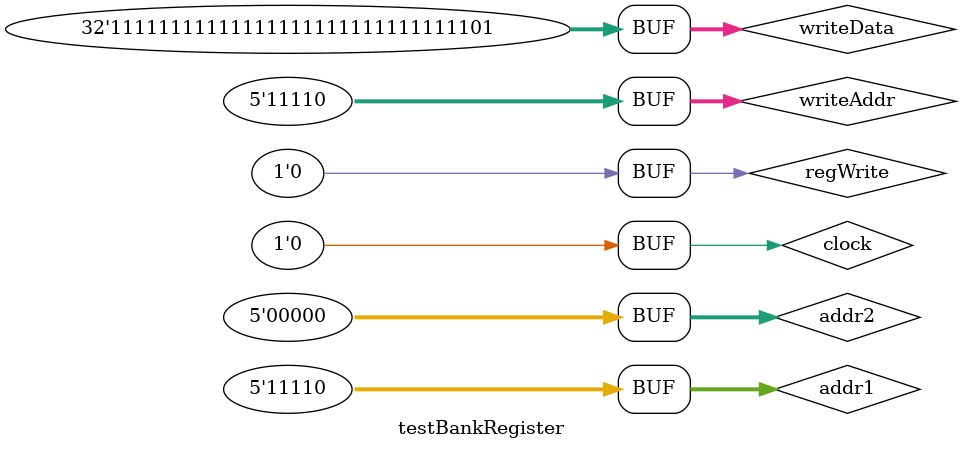
<source format=v>
`timescale 1ns / 1ps


module testBankRegister;

	// Inputs
	reg clock;
	reg [4:0] addr1;
	reg [4:0] addr2;
	reg [4:0] writeAddr;
	reg [31:0] writeData;
	reg regWrite;

	// Outputs
	wire [31:0] reg1;
	wire [31:0] reg2;

	// Instantiate the Unit Under Test (UUT)
	RegisterBank uut (
		.clock(clock), 
		.addr1(addr1), 
		.addr2(addr2), 
		.writeAddr(writeAddr), 
		.writeData(writeData), 
		.regWrite(regWrite), 
		.reg1(reg1), 
		.reg2(reg2)
	);

	initial begin
		// Initialize Inputs
		clock = 0;
		addr1 = 0;
		addr2 = 0;
		writeAddr = 0;
		writeData = 0;
		regWrite = 0;

		// Wait 100 ns for global reset to finish
		#100;
        
//********** Escritura **********//	
		// escribimos
		clock = ~clock;
		writeAddr = 0;
		writeData = 6;
		regWrite = 1;
		addr1 = 0;
		addr2 = 1;
		#100;
		clock = ~clock;
		#100;
		// grabamos dir 1
		clock = ~clock;
		writeAddr = 1;
		writeData = 7;
		regWrite = 1;
		addr1 = 0;
		addr2 = 1;
		#100;
		clock = ~clock;
		#100;
		
		// grabamos dir 2
		clock = ~clock;
		writeAddr = 2;
		writeData = 8;
		regWrite = 1;
		addr1 = 2;
		addr2 = 3;
		#100;
		clock = ~clock;
		#100;
		
		// grabamos dir 3
		clock = ~clock;
		writeAddr = 3;
		writeData = 9;
		regWrite = 1;
		addr1 = 2;
		addr2 = 3;
		#100; 
		clock = ~clock;
		#100;
		
		//terminamos de leer.
		clock = ~clock;
		writeAddr = 3;
		writeData = 9;
		regWrite = 0;
		addr1 = 0;
		addr2 = 1;
		#100; 
		clock = ~clock;
		#100;
		//
		clock = ~clock;
		writeAddr = 3;
		writeData = 9;
		regWrite = 0;
		addr1 = 2;
		addr2 = 3;
		#100; 
		clock = ~clock;
		#100;
		//ultima grabada
		clock = ~clock;
		writeAddr = 30;
		writeData = -3;
		regWrite = 1;
		addr1 = 30;
		addr2 = 0;
		#100;
		clock = ~clock;
		#100;
		//ultima leida
		clock = ~clock;
		writeAddr = 30;
		writeData = -3;
		regWrite = 0;
		addr1 = 30;
		addr2 = 0;
		#100;
		clock = ~clock;
		#100;
	end
      
endmodule


</source>
